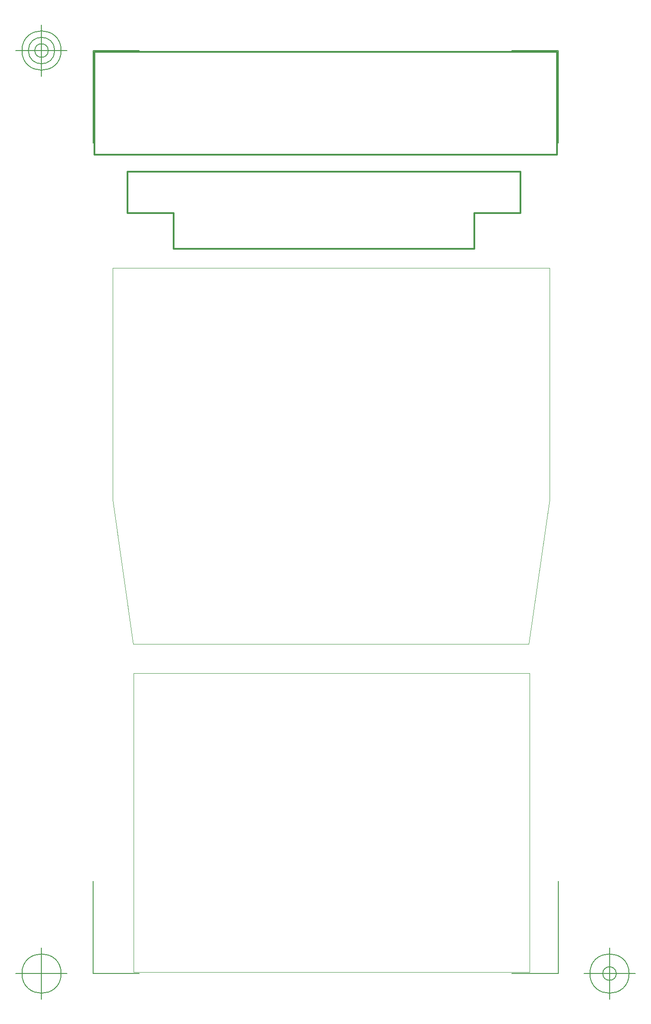
<source format=gbr>
G04 Generated by Ultiboard 10.1 *
%FSLAX25Y25*%
%MOIN*%

%ADD10C,0.00394*%
%ADD11C,0.01496*%
%ADD12C,0.00500*%


G04 ColorRGB 00FFFF for the following layer *
%LNBoard Outline*%
%LPD*%
%FSLAX25Y25*%
%MOIN*%
G54D10*
X-16732Y212835D02*
X-16732Y-15748D01*
X-16732Y-15748D02*
X286417Y-15748D01*
X286417Y-15748D02*
X286417Y212835D01*
X286417Y212835D02*
X-16732Y212835D01*
X-32930Y522901D02*
X301715Y522901D01*
X-17182Y235263D02*
X285967Y235263D01*
X-32930Y345735D02*
X-32930Y522901D01*
X-17182Y235263D02*
X-32930Y345735D01*
X301715Y522901D02*
X301715Y345735D01*
X301715Y345735D02*
X285967Y235263D01*
G54D11*
X-46973Y609600D02*
X307357Y609600D01*
X307357Y688340D02*
X-46973Y688340D01*
X279539Y596594D02*
X-21643Y596594D01*
X-21643Y565098D02*
X13791Y565098D01*
X-46973Y688340D02*
X-46973Y609600D01*
X-21643Y596594D02*
X-21643Y565098D01*
X244106Y565098D02*
X279539Y565098D01*
X13791Y537539D02*
X244106Y537539D01*
X13791Y565098D02*
X13791Y537539D01*
X244106Y565098D02*
X244106Y537539D01*
X307357Y609600D02*
X307357Y688340D01*
X279539Y565098D02*
X279539Y596594D01*
G54D12*
X-47973Y-16748D02*
X-47973Y53861D01*
X-47973Y-16748D02*
X-12340Y-16748D01*
X308357Y-16748D02*
X272724Y-16748D01*
X308357Y-16748D02*
X308357Y53861D01*
X308357Y689340D02*
X308357Y618731D01*
X308357Y689340D02*
X272724Y689340D01*
X-47973Y689340D02*
X-12340Y689340D01*
X-47973Y689340D02*
X-47973Y618731D01*
X-67658Y-16748D02*
X-107028Y-16748D01*
X-87343Y-36433D02*
X-87343Y2937D01*
X-102357Y-16748D02*
G75*
D01*
G02X-102357Y-16748I15014J0*
G01*
X328043Y-16748D02*
X367413Y-16748D01*
X347728Y-36433D02*
X347728Y2937D01*
X332714Y-16748D02*
G75*
D01*
G02X332714Y-16748I15014J0*
G01*
X342556Y-16748D02*
G75*
D01*
G02X342556Y-16748I5171J0*
G01*
X-67658Y689340D02*
X-107028Y689340D01*
X-87343Y669655D02*
X-87343Y709025D01*
X-102357Y689340D02*
G75*
D01*
G02X-102357Y689340I15014J0*
G01*
X-97436Y689340D02*
G75*
D01*
G02X-97436Y689340I10093J0*
G01*
X-92515Y689340D02*
G75*
D01*
G02X-92515Y689340I5171J0*
G01*

M00*

</source>
